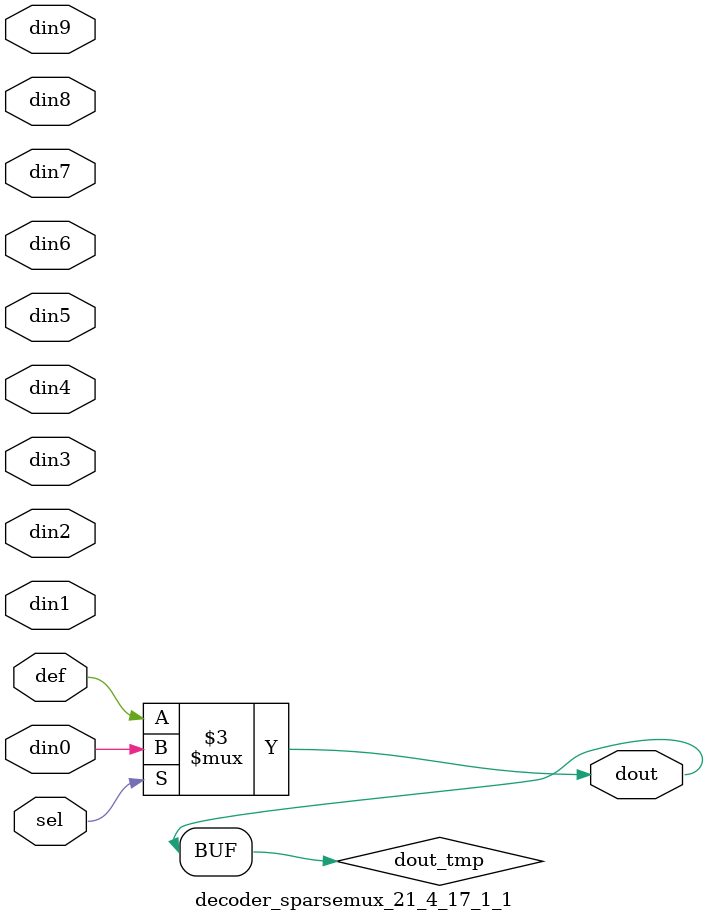
<source format=v>
`timescale 1ns / 1ps

module decoder_sparsemux_21_4_17_1_1 (din0,din1,din2,din3,din4,din5,din6,din7,din8,din9,def,sel,dout);

parameter din0_WIDTH = 1;

parameter din1_WIDTH = 1;

parameter din2_WIDTH = 1;

parameter din3_WIDTH = 1;

parameter din4_WIDTH = 1;

parameter din5_WIDTH = 1;

parameter din6_WIDTH = 1;

parameter din7_WIDTH = 1;

parameter din8_WIDTH = 1;

parameter din9_WIDTH = 1;

parameter def_WIDTH = 1;
parameter sel_WIDTH = 1;
parameter dout_WIDTH = 1;

parameter [sel_WIDTH-1:0] CASE0 = 1;

parameter [sel_WIDTH-1:0] CASE1 = 1;

parameter [sel_WIDTH-1:0] CASE2 = 1;

parameter [sel_WIDTH-1:0] CASE3 = 1;

parameter [sel_WIDTH-1:0] CASE4 = 1;

parameter [sel_WIDTH-1:0] CASE5 = 1;

parameter [sel_WIDTH-1:0] CASE6 = 1;

parameter [sel_WIDTH-1:0] CASE7 = 1;

parameter [sel_WIDTH-1:0] CASE8 = 1;

parameter [sel_WIDTH-1:0] CASE9 = 1;

parameter ID = 1;
parameter NUM_STAGE = 1;



input [din0_WIDTH-1:0] din0;

input [din1_WIDTH-1:0] din1;

input [din2_WIDTH-1:0] din2;

input [din3_WIDTH-1:0] din3;

input [din4_WIDTH-1:0] din4;

input [din5_WIDTH-1:0] din5;

input [din6_WIDTH-1:0] din6;

input [din7_WIDTH-1:0] din7;

input [din8_WIDTH-1:0] din8;

input [din9_WIDTH-1:0] din9;

input [def_WIDTH-1:0] def;
input [sel_WIDTH-1:0] sel;

output [dout_WIDTH-1:0] dout;



reg [dout_WIDTH-1:0] dout_tmp;


always @ (*) begin
(* parallel_case *) case (sel)
    
    CASE0 : dout_tmp = din0;
    
    CASE1 : dout_tmp = din1;
    
    CASE2 : dout_tmp = din2;
    
    CASE3 : dout_tmp = din3;
    
    CASE4 : dout_tmp = din4;
    
    CASE5 : dout_tmp = din5;
    
    CASE6 : dout_tmp = din6;
    
    CASE7 : dout_tmp = din7;
    
    CASE8 : dout_tmp = din8;
    
    CASE9 : dout_tmp = din9;
    
    default : dout_tmp = def;
endcase
end


assign dout = dout_tmp;



endmodule

</source>
